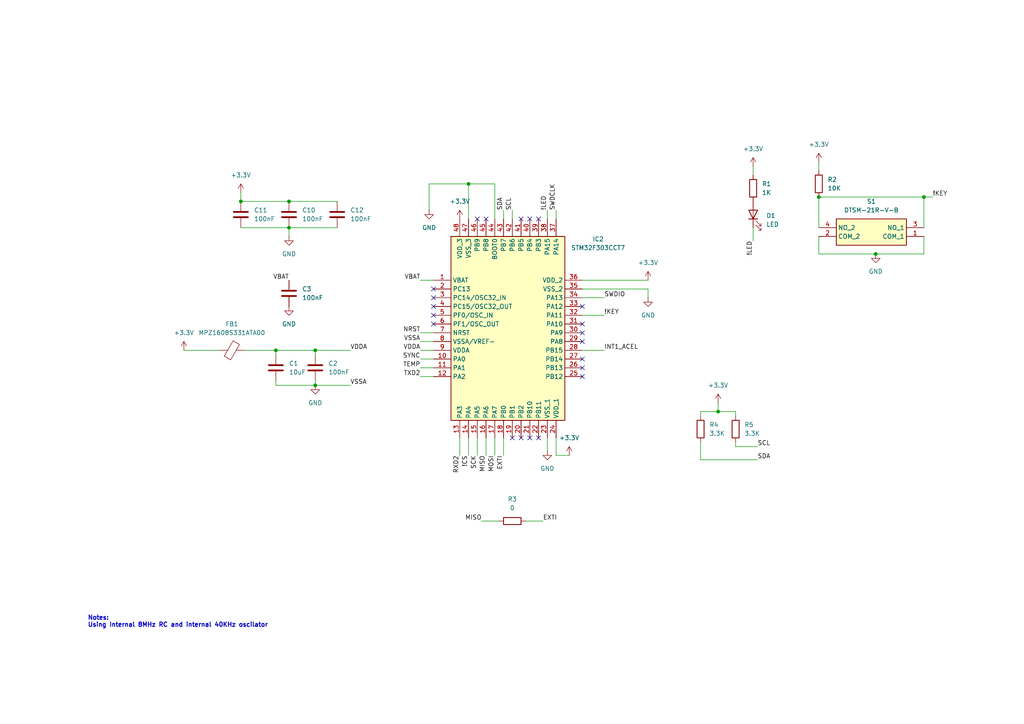
<source format=kicad_sch>
(kicad_sch (version 20231120) (generator "eeschema") (generator_version "8.0")
  (paper "A4")
  (title_block (title "STM32F303CCT7") (date "2024-11-12") (rev "0.01") (company "Balanças Marques") (comment 3 "Ruben Figueiredo"))
  (lib_symbols
    (symbol "BM_KiCad_library:DTSM-21R-V-B"
      (property "Reference" "S" (at 26.67 7.62 0))
      (property "Value" "DTSM-21R-V-B" (at 26.67 5.08 0))
      (symbol "DTSM-21R-V-B_1_1"
        (rectangle (start 5.08 2.54) (end 25.4 -5.08) (stroke (width 0.254)) (fill (type background)))
        (pin passive line (at 0 0 0) (length 5.08) (name "COM_1") (number "1"))
        (pin passive line (at 30.48 0 180) (length 5.08) (name "COM_2") (number "2"))
        (pin passive line (at 0 -2.54 0) (length 5.08) (name "NO_1") (number "3"))
        (pin passive line (at 30.48 -2.54 180) (length 5.08) (name "NO_2") (number "4"))
      )
    )
    (symbol "BM_KiCad_library:STM32F303CCT7"
      (property "Reference" "IC" (at 39.37 17.78 0))
      (property "Value" "STM32F303CCT7" (at 39.37 15.24 0))
      (symbol "STM32F303CCT7_1_1"
        (rectangle (start 5.08 12.7) (end 38.1 -40.64) (stroke (width 0.254)) (fill (type background)))
        (pin passive line (at 0 0 0) (length 5.08) (name "VBAT") (number "1"))
        (pin passive line (at 0 -22.86 0) (length 5.08) (name "PA0") (number "10"))
        (pin passive line (at 0 -25.4 0) (length 5.08) (name "PA1") (number "11"))
        (pin passive line (at 0 -27.94 0) (length 5.08) (name "PA2") (number "12"))
        (pin passive line (at 7.62 -45.72 90) (length 5.08) (name "PA3") (number "13"))
        (pin passive line (at 10.16 -45.72 90) (length 5.08) (name "PA4") (number "14"))
        (pin passive line (at 12.7 -45.72 90) (length 5.08) (name "PA5") (number "15"))
        (pin passive line (at 15.24 -45.72 90) (length 5.08) (name "PA6") (number "16"))
        (pin passive line (at 17.78 -45.72 90) (length 5.08) (name "PA7") (number "17"))
        (pin passive line (at 20.32 -45.72 90) (length 5.08) (name "PB0") (number "18"))
        (pin passive line (at 22.86 -45.72 90) (length 5.08) (name "PB1") (number "19"))
        (pin passive line (at 0 -2.54 0) (length 5.08) (name "PC13") (number "2"))
        (pin passive line (at 25.4 -45.72 90) (length 5.08) (name "PB2") (number "20"))
        (pin passive line (at 27.94 -45.72 90) (length 5.08) (name "PB10") (number "21"))
        (pin passive line (at 30.48 -45.72 90) (length 5.08) (name "PB11") (number "22"))
        (pin passive line (at 33.02 -45.72 90) (length 5.08) (name "VSS_1") (number "23"))
        (pin passive line (at 35.56 -45.72 90) (length 5.08) (name "VDD_1") (number "24"))
        (pin passive line (at 43.18 -27.94 180) (length 5.08) (name "PB12") (number "25"))
        (pin passive line (at 43.18 -25.4 180) (length 5.08) (name "PB13") (number "26"))
        (pin passive line (at 43.18 -22.86 180) (length 5.08) (name "PB14") (number "27"))
        (pin passive line (at 43.18 -20.32 180) (length 5.08) (name "PB15") (number "28"))
        (pin passive line (at 43.18 -17.78 180) (length 5.08) (name "PA8") (number "29"))
        (pin passive line (at 0 -5.08 0) (length 5.08) (name "PC14/OSC32_IN") (number "3"))
        (pin passive line (at 43.18 -15.24 180) (length 5.08) (name "PA9") (number "30"))
        (pin passive line (at 43.18 -12.7 180) (length 5.08) (name "PA10") (number "31"))
        (pin passive line (at 43.18 -10.16 180) (length 5.08) (name "PA11") (number "32"))
        (pin passive line (at 43.18 -7.62 180) (length 5.08) (name "PA12") (number "33"))
        (pin passive line (at 43.18 -5.08 180) (length 5.08) (name "PA13") (number "34"))
        (pin passive line (at 43.18 -2.54 180) (length 5.08) (name "VSS_2") (number "35"))
        (pin passive line (at 43.18 0 180) (length 5.08) (name "VDD_2") (number "36"))
        (pin passive line (at 35.56 17.78 270) (length 5.08) (name "PA14") (number "37"))
        (pin passive line (at 33.02 17.78 270) (length 5.08) (name "PA15") (number "38"))
        (pin passive line (at 30.48 17.78 270) (length 5.08) (name "PB3") (number "39"))
        (pin passive line (at 0 -7.62 0) (length 5.08) (name "PC15/OSC32_OUT") (number "4"))
        (pin passive line (at 27.94 17.78 270) (length 5.08) (name "PB4") (number "40"))
        (pin passive line (at 25.4 17.78 270) (length 5.08) (name "PB5") (number "41"))
        (pin passive line (at 22.86 17.78 270) (length 5.08) (name "PB6") (number "42"))
        (pin passive line (at 20.32 17.78 270) (length 5.08) (name "PB7") (number "43"))
        (pin passive line (at 17.78 17.78 270) (length 5.08) (name "BOOT0") (number "44"))
        (pin passive line (at 15.24 17.78 270) (length 5.08) (name "PB8") (number "45"))
        (pin passive line (at 12.7 17.78 270) (length 5.08) (name "PB9") (number "46"))
        (pin passive line (at 10.16 17.78 270) (length 5.08) (name "VSS_3") (number "47"))
        (pin passive line (at 7.62 17.78 270) (length 5.08) (name "VDD_3") (number "48"))
        (pin passive line (at 0 -10.16 0) (length 5.08) (name "PF0/OSC_IN") (number "5"))
        (pin passive line (at 0 -12.7 0) (length 5.08) (name "PF1/OSC_OUT") (number "6"))
        (pin passive line (at 0 -15.24 0) (length 5.08) (name "NRST") (number "7"))
        (pin passive line (at 0 -17.78 0) (length 5.08) (name "VSSA/VREF-") (number "8"))
        (pin passive line (at 0 -20.32 0) (length 5.08) (name "VDDA") (number "9"))
      )
    )
    (symbol "Device:C" (pin_numbers hide) (pin_names (offset 0.254))
      (property "Reference" "C" (at 0.635 2.54 0))
      (property "Value" "C" (at 0.635 -2.54 0))
      (symbol "C_0_1"
        (polyline (pts (xy -2.032 -0.762) (xy 2.032 -0.762)) (stroke (width 0.508)))
        (polyline (pts (xy -2.032 0.762) (xy 2.032 0.762)) (stroke (width 0.508)))
      )
      (symbol "C_1_1"
        (pin passive line (at 0 3.81 270) (length 2.794) (name "~") (number "1"))
        (pin passive line (at 0 -3.81 90) (length 2.794) (name "~") (number "2"))
      )
    )
    (symbol "Device:FerriteBead" (pin_numbers hide) (pin_names (offset 0))
      (property "Reference" "FB" (at -3.81 0.635 90))
      (property "Value" "FerriteBead" (at 3.81 0 90))
      (symbol "FerriteBead_0_1"
        (polyline (pts (xy 0 -1.27) (xy 0 -1.2192)))
        (polyline (pts (xy 0 1.27) (xy 0 1.2954)))
        (polyline (pts (xy -2.7686 0.4064) (xy -1.7018 2.2606) (xy 2.7686 -0.3048) (xy 1.6764 -2.159) (xy -2.7686 0.4064)))
      )
      (symbol "FerriteBead_1_1"
        (pin passive line (at 0 3.81 270) (length 2.54) (name "~") (number "1"))
        (pin passive line (at 0 -3.81 90) (length 2.54) (name "~") (number "2"))
      )
    )
    (symbol "Device:LED" (pin_numbers hide) (pin_names (offset 1.016) hide)
      (property "Reference" "D" (at 0 2.54 0))
      (property "Value" "LED" (at 0 -2.54 0))
      (symbol "LED_0_1"
        (polyline (pts (xy -1.27 -1.27) (xy -1.27 1.27)) (stroke (width 0.254)))
        (polyline (pts (xy -1.27 0) (xy 1.27 0)))
        (polyline (pts (xy 1.27 -1.27) (xy 1.27 1.27) (xy -1.27 0) (xy 1.27 -1.27)) (stroke (width 0.254)))
        (polyline (pts (xy -3.048 -0.762) (xy -4.572 -2.286) (xy -3.81 -2.286) (xy -4.572 -2.286) (xy -4.572 -1.524)))
        (polyline (pts (xy -1.778 -0.762) (xy -3.302 -2.286) (xy -2.54 -2.286) (xy -3.302 -2.286) (xy -3.302 -1.524)))
      )
      (symbol "LED_1_1"
        (pin passive line (at -3.81 0 0) (length 2.54) (name "K") (number "1"))
        (pin passive line (at 3.81 0 180) (length 2.54) (name "A") (number "2"))
      )
    )
    (symbol "Device:R" (pin_numbers hide) (pin_names (offset 0))
      (property "Reference" "R" (at 2.032 0 90))
      (property "Value" "R" (at 0 0 90))
      (symbol "R_0_1"
        (rectangle (start -1.016 -2.54) (end 1.016 2.54) (stroke (width 0.254)))
      )
      (symbol "R_1_1"
        (pin passive line (at 0 3.81 270) (length 1.27) (name "~") (number "1"))
        (pin passive line (at 0 -3.81 90) (length 1.27) (name "~") (number "2"))
      )
    )
    (symbol "power:+3.3V" (power) (pin_numbers hide) (pin_names (offset 0) hide)
      (property "Value" "+3.3V" (at 0 3.556 0))
      (symbol "+3.3V_0_1"
        (polyline (pts (xy -0.762 1.27) (xy 0 2.54)))
        (polyline (pts (xy 0 0) (xy 0 2.54)))
        (polyline (pts (xy 0 2.54) (xy 0.762 1.27)))
      )
      (symbol "+3.3V_1_1"
        (pin power_in line (at 0 0 90) (length 0) (name "~") (number "1"))
      )
    )
    (symbol "power:GND" (power) (pin_numbers hide) (pin_names (offset 0) hide)
      (property "Value" "GND" (at 0 -3.81 0))
      (symbol "GND_0_1"
        (polyline (pts (xy 0 0) (xy 0 -1.27) (xy 1.27 -1.27) (xy 0 -2.54) (xy -1.27 -1.27) (xy 0 -1.27)))
      )
      (symbol "GND_1_1"
        (pin power_in line (at 0 0 270) (length 0) (name "~") (number "1"))
      )
    )
  )
  (junction (at 254 73.66))
  (junction (at 83.82 58.42))
  (junction (at 237.49 57.15))
  (junction (at 91.44 101.6))
  (junction (at 135.89 53.34))
  (junction (at 83.82 66.04))
  (junction (at 91.44 111.76))
  (junction (at 267.97 57.15))
  (junction (at 80.01 101.6))
  (junction (at 69.85 58.42))
  (junction (at 208.28 119.38))
  (no_connect (at 125.73 93.98))
  (no_connect (at 168.91 88.9))
  (no_connect (at 168.91 104.14))
  (no_connect (at 153.67 127))
  (no_connect (at 125.73 88.9))
  (no_connect (at 153.67 63.5))
  (no_connect (at 140.97 63.5))
  (no_connect (at 125.73 86.36))
  (no_connect (at 138.43 63.5))
  (no_connect (at 156.21 127))
  (no_connect (at 168.91 99.06))
  (no_connect (at 151.13 63.5))
  (no_connect (at 168.91 96.52))
  (no_connect (at 151.13 127))
  (no_connect (at 168.91 106.68))
  (no_connect (at 125.73 83.82))
  (no_connect (at 148.59 127))
  (no_connect (at 168.91 109.22))
  (no_connect (at 168.91 93.98))
  (no_connect (at 125.73 91.44))
  (no_connect (at 156.21 63.5))
  (wire (pts (xy 135.89 132.08) (xy 135.89 127)))
  (wire (pts (xy 157.48 151.13) (xy 152.4 151.13)))
  (wire (pts (xy 161.29 132.08) (xy 165.1 132.08)))
  (wire (pts (xy 267.97 66.04) (xy 267.97 57.15)))
  (wire (pts (xy 237.49 57.15) (xy 267.97 57.15)))
  (wire (pts (xy 124.46 53.34) (xy 135.89 53.34)))
  (wire (pts (xy 69.85 55.88) (xy 69.85 58.42)))
  (wire (pts (xy 203.2 119.38) (xy 208.28 119.38)))
  (wire (pts (xy 143.51 63.5) (xy 143.51 53.34)))
  (wire (pts (xy 121.92 101.6) (xy 125.73 101.6)))
  (wire (pts (xy 139.7 151.13) (xy 144.78 151.13)))
  (wire (pts (xy 124.46 53.34) (xy 124.46 60.96)))
  (wire (pts (xy 80.01 111.76) (xy 80.01 110.49)))
  (wire (pts (xy 148.59 60.96) (xy 148.59 63.5)))
  (wire (pts (xy 175.26 91.44) (xy 168.91 91.44)))
  (wire (pts (xy 80.01 101.6) (xy 71.12 101.6)))
  (wire (pts (xy 140.97 127) (xy 140.97 132.08)))
  (wire (pts (xy 237.49 49.53) (xy 237.49 46.99)))
  (wire (pts (xy 143.51 53.34) (xy 135.89 53.34)))
  (wire (pts (xy 187.96 81.28) (xy 168.91 81.28)))
  (wire (pts (xy 161.29 60.96) (xy 161.29 63.5)))
  (wire (pts (xy 121.92 104.14) (xy 125.73 104.14)))
  (wire (pts (xy 175.26 101.6) (xy 168.91 101.6)))
  (wire (pts (xy 101.6 111.76) (xy 91.44 111.76)))
  (wire (pts (xy 218.44 69.85) (xy 218.44 66.04)))
  (wire (pts (xy 121.92 106.68) (xy 125.73 106.68)))
  (wire (pts (xy 237.49 66.04) (xy 237.49 57.15)))
  (wire (pts (xy 69.85 58.42) (xy 83.82 58.42)))
  (wire (pts (xy 213.36 120.65) (xy 213.36 119.38)))
  (wire (pts (xy 121.92 99.06) (xy 125.73 99.06)))
  (wire (pts (xy 158.75 130.81) (xy 158.75 127)))
  (wire (pts (xy 168.91 86.36) (xy 175.26 86.36)))
  (wire (pts (xy 91.44 101.6) (xy 80.01 101.6)))
  (wire (pts (xy 237.49 68.58) (xy 237.49 73.66)))
  (wire (pts (xy 91.44 102.87) (xy 91.44 101.6)))
  (wire (pts (xy 270.51 57.15) (xy 267.97 57.15)))
  (wire (pts (xy 91.44 111.76) (xy 80.01 111.76)))
  (wire (pts (xy 218.44 50.8) (xy 218.44 48.26)))
  (wire (pts (xy 213.36 129.54) (xy 213.36 128.27)))
  (wire (pts (xy 69.85 66.04) (xy 83.82 66.04)))
  (wire (pts (xy 237.49 73.66) (xy 254 73.66)))
  (wire (pts (xy 135.89 53.34) (xy 135.89 63.5)))
  (wire (pts (xy 203.2 120.65) (xy 203.2 119.38)))
  (wire (pts (xy 133.35 127) (xy 133.35 132.08)))
  (wire (pts (xy 219.71 133.35) (xy 203.2 133.35)))
  (wire (pts (xy 53.34 101.6) (xy 63.5 101.6)))
  (wire (pts (xy 146.05 127) (xy 146.05 132.08)))
  (wire (pts (xy 158.75 60.96) (xy 158.75 63.5)))
  (wire (pts (xy 143.51 127) (xy 143.51 132.08)))
  (wire (pts (xy 208.28 116.84) (xy 208.28 119.38)))
  (wire (pts (xy 83.82 66.04) (xy 97.79 66.04)))
  (wire (pts (xy 219.71 129.54) (xy 213.36 129.54)))
  (wire (pts (xy 267.97 73.66) (xy 254 73.66)))
  (wire (pts (xy 91.44 110.49) (xy 91.44 111.76)))
  (wire (pts (xy 146.05 60.96) (xy 146.05 63.5)))
  (wire (pts (xy 138.43 127) (xy 138.43 132.08)))
  (wire (pts (xy 121.92 109.22) (xy 125.73 109.22)))
  (wire (pts (xy 213.36 119.38) (xy 208.28 119.38)))
  (wire (pts (xy 83.82 58.42) (xy 97.79 58.42)))
  (wire (pts (xy 187.96 83.82) (xy 168.91 83.82)))
  (wire (pts (xy 121.92 81.28) (xy 125.73 81.28)))
  (wire (pts (xy 80.01 102.87) (xy 80.01 101.6)))
  (wire (pts (xy 83.82 68.58) (xy 83.82 66.04)))
  (wire (pts (xy 203.2 133.35) (xy 203.2 128.27)))
  (wire (pts (xy 161.29 127) (xy 161.29 132.08)))
  (wire (pts (xy 187.96 86.36) (xy 187.96 83.82)))
  (wire (pts (xy 121.92 96.52) (xy 125.73 96.52)))
  (wire (pts (xy 91.44 101.6) (xy 101.6 101.6)))
  (wire (pts (xy 267.97 68.58) (xy 267.97 73.66)))
  (text "Notes:\nUsing Internal 8MHz RC and internal 40KHz oscilator" (at 25.4 180.34 0) (effects (font (size 1.27 1.27) (thickness 0.254) (bold yes)) (justify left)))
  (label "SYNC" (at 121.92 104.14 180))
  (label "RXD2" (at 133.35 132.08 270))
  (label "SCL" (at 219.71 129.54 0))
  (label "SCK" (at 138.43 132.08 270))
  (label "TXD2" (at 121.92 109.22 180))
  (label "SCL" (at 148.59 60.96 90))
  (label "VBAT" (at 83.82 81.28 180))
  (label "VBAT" (at 121.92 81.28 180))
  (label "VDDA" (at 121.92 101.6 180))
  (label "NRST" (at 121.92 96.52 180))
  (label "VSSA" (at 121.92 99.06 180))
  (label "VDDA" (at 101.6 101.6 0))
  (label "MISO" (at 139.7 151.13 180))
  (label "VSSA" (at 101.6 111.76 0))
  (label "EXTI" (at 146.05 132.08 270))
  (label "SDA" (at 219.71 133.35 0))
  (label "SWDIO" (at 175.26 86.36 0))
  (label "!CS" (at 135.89 132.08 270))
  (label "TEMP" (at 121.92 106.68 180))
  (label "!KEY" (at 270.51 57.15 0))
  (label "MISO" (at 140.97 132.08 270))
  (label "!LED" (at 218.44 69.85 270))
  (label "SWDCLK" (at 161.29 60.96 90))
  (label "INT1_ACEL" (at 175.26 101.6 0))
  (label "MOSI" (at 143.51 132.08 270))
  (label "!KEY" (at 175.26 91.44 0))
  (label "EXTI" (at 157.48 151.13 0))
  (label "SDA" (at 146.05 60.96 90))
  (label "!LED" (at 158.75 60.96 90))
  (symbol (lib_id "power:+3.3V") (at 237.49 46.99 0) (unit 1)
    (property "Reference" "#PWR011" (effects (hide yes)))
    (property "Value" "+3.3V" (at 237.49 41.91 0))
    (property "Description" "Power symbol creates a global label with name \"+3.3V\"" (effects (hide yes)))
  )
  (symbol (lib_id "power:GND") (at 83.82 68.58 0) (unit 1)
    (property "Reference" "#PWR026" (effects (hide yes)))
    (property "Value" "GND" (at 83.82 73.66 0))
    (property "Description" "Power symbol creates a global label with name \"GND\" , ground" (effects (hide yes)))
  )
  (symbol (lib_id "Device:C") (at 91.44 106.68 0) (unit 1)
    (property "Reference" "C2" (at 95.25 105.41 0) (effects (justify left)))
    (property "Value" "100nF" (at 95.25 107.95 0) (effects (justify left)))
    (property "Footprint" "Capacitor_SMD:C_0402_1005Metric_Pad0.74x0.62mm_HandSolder" (effects (hide yes)))
    (property "Description" "16V 0.1uF X7R 0402 20%" (effects (hide yes)))
  )
  (symbol (lib_id "Device:R") (at 213.36 124.46 0) (unit 1)
    (property "Reference" "R5" (at 215.9 123.19 0) (effects (justify left)))
    (property "Value" "3.3K" (at 215.9 125.73 0) (effects (justify left)))
    (property "Footprint" "PCM_Resistor_SMD_AKL:R_0402_1005Metric_Pad0.72x0.64mm_HandSolder" (effects (hide yes)))
    (property "Description" "Resistor" (effects (hide yes)))
  )
  (symbol (lib_id "Device:R") (at 203.2 124.46 0) (unit 1)
    (property "Reference" "R4" (at 205.74 123.19 0) (effects (justify left)))
    (property "Value" "3.3K" (at 205.74 125.73 0) (effects (justify left)))
    (property "Footprint" "PCM_Resistor_SMD_AKL:R_0402_1005Metric_Pad0.72x0.64mm_HandSolder" (effects (hide yes)))
    (property "Description" "Resistor" (effects (hide yes)))
  )
  (symbol (lib_id "Device:C") (at 80.01 106.68 0) (unit 1)
    (property "Reference" "C1" (at 83.82 105.41 0) (effects (justify left)))
    (property "Value" "10uF" (at 83.82 107.95 0) (effects (justify left)))
    (property "Footprint" "Capacitor_SMD:C_0402_1005Metric_Pad0.74x0.62mm_HandSolder" (effects (hide yes)))
    (property "Description" "6.3V 10uF X5R 0402 20%" (effects (hide yes)))
  )
  (symbol (lib_id "power:GND") (at 124.46 60.96 0) (unit 1)
    (property "Reference" "#PWR03" (effects (hide yes)))
    (property "Value" "GND" (at 124.46 66.04 0))
    (property "Description" "Power symbol creates a global label with name \"GND\" , ground" (effects (hide yes)))
  )
  (symbol (lib_id "Device:R") (at 237.49 53.34 0) (unit 1)
    (property "Reference" "R2" (at 240.03 52.07 0) (effects (justify left)))
    (property "Value" "10K" (at 240.03 54.61 0) (effects (justify left)))
    (property "Footprint" "PCM_Resistor_SMD_AKL:R_0402_1005Metric_Pad0.72x0.64mm_HandSolder" (effects (hide yes)))
    (property "Description" "Resistor" (effects (hide yes)))
  )
  (symbol (lib_id "power:+3.3V") (at 69.85 55.88 0) (unit 1)
    (property "Reference" "#PWR025" (effects (hide yes)))
    (property "Value" "+3.3V" (at 69.85 50.8 0))
    (property "Description" "Power symbol creates a global label with name \"+3.3V\"" (effects (hide yes)))
  )
  (symbol (lib_id "power:GND") (at 91.44 111.76 0) (unit 1)
    (property "Reference" "#PWR08" (effects (hide yes)))
    (property "Value" "GND" (at 91.44 116.84 0))
    (property "Description" "Power symbol creates a global label with name \"GND\" , ground" (effects (hide yes)))
  )
  (symbol (lib_id "Device:C") (at 69.85 62.23 0) (unit 1)
    (property "Reference" "C11" (at 73.66 60.96 0) (effects (justify left)))
    (property "Value" "100nF" (at 73.66 63.5 0) (effects (justify left)))
    (property "Footprint" "Capacitor_SMD:C_0402_1005Metric_Pad0.74x0.62mm_HandSolder" (effects (hide yes)))
    (property "Description" "16V 0.1uF X7R 0402 20%" (effects (hide yes)))
  )
  (symbol (lib_id "power:+3.3V") (at 53.34 101.6 0) (unit 1)
    (property "Reference" "#PWR07" (effects (hide yes)))
    (property "Value" "+3.3V" (at 53.34 96.52 0))
    (property "Description" "Power symbol creates a global label with name \"+3.3V\"" (effects (hide yes)))
  )
  (symbol (lib_id "power:+3.3V") (at 165.1 132.08 0) (unit 1)
    (property "Reference" "#PWR06" (effects (hide yes)))
    (property "Value" "+3.3V" (at 165.1 127 0))
    (property "Description" "Power symbol creates a global label with name \"+3.3V\"" (effects (hide yes)))
  )
  (symbol (lib_id "power:GND") (at 254 73.66 0) (unit 1)
    (property "Reference" "#PWR012" (effects (hide yes)))
    (property "Value" "GND" (at 254 78.74 0))
    (property "Description" "Power symbol creates a global label with name \"GND\" , ground" (effects (hide yes)))
  )
  (symbol (lib_id "BM_KiCad_library:DTSM-21R-V-B") (at 267.97 68.58 180) (unit 1)
    (property "Reference" "S1" (at 252.73 58.42 0))
    (property "Value" "DTSM-21R-V-B" (at 252.73 60.96 0))
    (property "Footprint" "BM_KiCad_Library:DTSM21RVB" (effects (hide yes)))
    (property "Datasheet" "https://www.mouser.com/datasheet/2/910/471_DTSM-2-1571368.pdf" (effects (hide yes)))
    (property "Description" "Tactile Switches Surface Mounting Type 12*12" (effects (hide yes)))
    (property "Height" "4.3" (effects (hide yes)))
    (property "Manufacturer_Name" "Diptronics" (effects (hide yes)))
    (property "Manufacturer_Part_Number" "DTSM-21R-V-B" (effects (hide yes)))
    (property "Mouser Part Number" "113-DTSM-21R-V-B" (effects (hide yes)))
    (property "Mouser Price/Stock" "https://www.mouser.co.uk/ProductDetail/Diptronics/DTSM-21R-V-B?qs=gTYE2QTfZfQD%2FCeL06J9sQ%3D%3D" (effects (hide yes)))
  )
  (symbol (lib_id "power:+3.3V") (at 187.96 81.28 0) (unit 1)
    (property "Reference" "#PWR05" (effects (hide yes)))
    (property "Value" "+3.3V" (at 187.96 76.2 0))
    (property "Description" "Power symbol creates a global label with name \"+3.3V\"" (effects (hide yes)))
  )
  (symbol (lib_id "power:+3.3V") (at 218.44 48.26 0) (unit 1)
    (property "Reference" "#PWR010" (effects (hide yes)))
    (property "Value" "+3.3V" (at 218.44 43.18 0))
    (property "Description" "Power symbol creates a global label with name \"+3.3V\"" (effects (hide yes)))
  )
  (symbol (lib_id "Device:C") (at 83.82 85.09 0) (unit 1)
    (property "Reference" "C3" (at 87.63 83.82 0) (effects (justify left)))
    (property "Value" "100nF" (at 87.63 86.36 0) (effects (justify left)))
    (property "Footprint" "Capacitor_SMD:C_0402_1005Metric_Pad0.74x0.62mm_HandSolder" (effects (hide yes)))
    (property "Description" "16V 0.1uF X7R 0402 20%" (effects (hide yes)))
  )
  (symbol (lib_id "Device:C") (at 83.82 62.23 0) (unit 1)
    (property "Reference" "C10" (at 87.63 60.96 0) (effects (justify left)))
    (property "Value" "100nF" (at 87.63 63.5 0) (effects (justify left)))
    (property "Footprint" "Capacitor_SMD:C_0402_1005Metric_Pad0.74x0.62mm_HandSolder" (effects (hide yes)))
    (property "Description" "16V 0.1uF X7R 0402 20%" (effects (hide yes)))
  )
  (symbol (lib_id "Device:FerriteBead") (at 67.31 101.6 90) (unit 1)
    (property "Reference" "FB1" (at 67.2592 93.98 90))
    (property "Value" "MPZ1608S331ATA00" (at 67.2592 96.52 90))
    (property "Footprint" "Inductor_SMD:L_0603_1608Metric" (effects (hide yes)))
    (property "Description" "Ferrite bead" (effects (hide yes)))
  )
  (symbol (lib_id "power:GND") (at 187.96 86.36 0) (unit 1)
    (property "Reference" "#PWR02" (effects (hide yes)))
    (property "Value" "GND" (at 187.96 91.44 0))
    (property "Description" "Power symbol creates a global label with name \"GND\" , ground" (effects (hide yes)))
  )
  (symbol (lib_id "power:GND") (at 83.82 88.9 0) (unit 1)
    (property "Reference" "#PWR09" (effects (hide yes)))
    (property "Value" "GND" (at 83.82 93.98 0))
    (property "Description" "Power symbol creates a global label with name \"GND\" , ground" (effects (hide yes)))
  )
  (symbol (lib_id "power:+3.3V") (at 208.28 116.84 0) (unit 1)
    (property "Reference" "#PWR013" (effects (hide yes)))
    (property "Value" "+3.3V" (at 208.28 111.76 0))
    (property "Description" "Power symbol creates a global label with name \"+3.3V\"" (effects (hide yes)))
  )
  (symbol (lib_id "BM_KiCad_library:STM32F303CCT7") (at 125.73 81.28 0) (unit 1)
    (property "Reference" "IC2" (at 173.482 69.342 0))
    (property "Value" "STM32F303CCT7" (at 173.482 71.882 0))
    (property "Footprint" "BM_KiCad_Library:STM32F303CCT7" (effects (hide yes)))
    (property "Datasheet" "https://4donline.ihs.com/images/VipMasterIC/IC/SGST/SGST-S-A0001312473/SGST-S-A0001312473-1.pdf?hkey=52A5661711E402568146F3353EA87419" (effects (hide yes)))
    (property "Description" "STMICROELECTRONICS - STM32F303CCT7 - ARM MCU, STM32 Family STM32F3 Series Microcontrollers, ARM Cortex-M4F, 32bit, 72 MHz, 256 KB, 40 KB" (effects (hide yes)))
    (property "Height" "1.6" (effects (hide yes)))
    (property "Manufacturer_Name" "STMicroelectronics" (effects (hide yes)))
    (property "Manufacturer_Part_Number" "STM32F303CCT7" (effects (hide yes)))
    (property "Mouser Part Number" "511-STM32F303CCT7" (effects (hide yes)))
    (property "Mouser Price/Stock" "https://www.mouser.co.uk/ProductDetail/STMicroelectronics/STM32F303CCT7?qs=ClYTdQWm4hCblQZF2ZvldA%3D%3D" (effects (hide yes)))
    (property "Arrow Part Number" "STM32F303CCT7" (effects (hide yes)))
    (property "Arrow Price/Stock" "https://www.arrow.com/en/products/stm32f303cct7/stmicroelectronics" (effects (hide yes)))
  )
  (symbol (lib_id "Device:LED") (at 218.44 62.23 90) (unit 1)
    (property "Reference" "D1" (at 222.25 62.5475 90) (effects (justify right)))
    (property "Value" "LED" (at 222.25 65.0875 90) (effects (justify right)))
    (property "Footprint" "LED_SMD:LED_1206_3216Metric" (effects (hide yes)))
    (property "Description" "Light emitting diode" (effects (hide yes)))
  )
  (symbol (lib_id "power:+3.3V") (at 133.35 63.5 0) (unit 1)
    (property "Reference" "#PWR04" (effects (hide yes)))
    (property "Value" "+3.3V" (at 133.35 58.42 0))
    (property "Description" "Power symbol creates a global label with name \"+3.3V\"" (effects (hide yes)))
  )
  (symbol (lib_id "Device:R") (at 148.59 151.13 90) (unit 1)
    (property "Reference" "R3" (at 148.59 144.78 90))
    (property "Value" "0" (at 148.59 147.32 90))
    (property "Footprint" "PCM_Resistor_SMD_AKL:R_0402_1005Metric_Pad0.72x0.64mm" (effects (hide yes)))
    (property "Description" "Resistor" (effects (hide yes)))
  )
  (symbol (lib_id "Device:C") (at 97.79 62.23 0) (unit 1)
    (property "Reference" "C12" (at 101.6 60.96 0) (effects (justify left)))
    (property "Value" "100nF" (at 101.6 63.5 0) (effects (justify left)))
    (property "Footprint" "Capacitor_SMD:C_0402_1005Metric_Pad0.74x0.62mm_HandSolder" (effects (hide yes)))
    (property "Description" "16V 0.1uF X7R 0402 20%" (effects (hide yes)))
  )
  (symbol (lib_id "Device:R") (at 218.44 54.61 0) (unit 1)
    (property "Reference" "R1" (at 220.98 53.34 0) (effects (justify left)))
    (property "Value" "1K" (at 220.98 55.88 0) (effects (justify left)))
    (property "Footprint" "PCM_Resistor_SMD_AKL:R_0402_1005Metric_Pad0.72x0.64mm_HandSolder" (effects (hide yes)))
    (property "Description" "Resistor" (effects (hide yes)))
  )
  (symbol (lib_id "power:GND") (at 158.75 130.81 0) (unit 1)
    (property "Reference" "#PWR01" (effects (hide yes)))
    (property "Value" "GND" (at 158.75 135.89 0))
    (property "Description" "Power symbol creates a global label with name \"GND\" , ground" (effects (hide yes)))
  )
)
</source>
